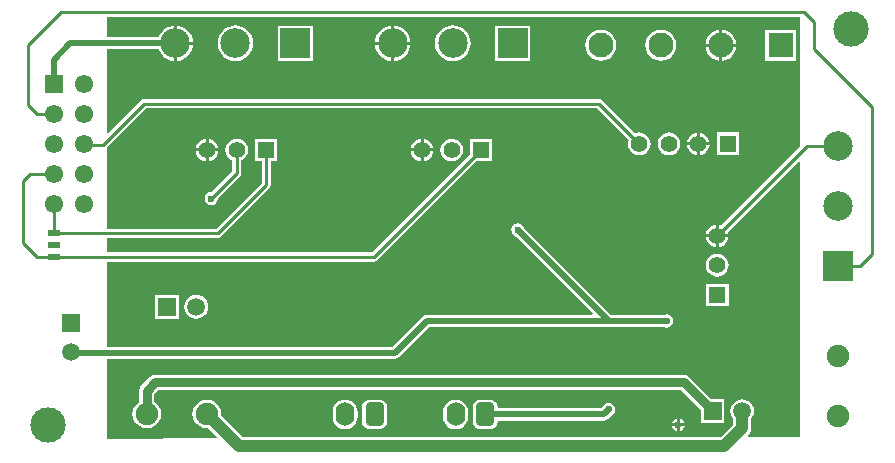
<source format=gbl>
G04*
G04 #@! TF.GenerationSoftware,Altium Limited,Altium Designer,20.1.8 (145)*
G04*
G04 Layer_Physical_Order=2*
G04 Layer_Color=16711680*
%FSLAX25Y25*%
%MOIN*%
G70*
G04*
G04 #@! TF.SameCoordinates,19D57B75-9579-4F69-8231-0EC3C90D2157*
G04*
G04*
G04 #@! TF.FilePolarity,Positive*
G04*
G01*
G75*
%ADD42R,0.05512X0.05512*%
%ADD43C,0.05512*%
%ADD45R,0.05512X0.05512*%
%ADD46C,0.01000*%
%ADD47C,0.01968*%
%ADD48C,0.02953*%
%ADD49C,0.03937*%
%ADD50C,0.07480*%
%ADD51C,0.06102*%
%ADD52R,0.06102X0.06102*%
%ADD53R,0.05906X0.05906*%
%ADD54C,0.05906*%
%ADD55R,0.05906X0.05906*%
%ADD56R,0.09843X0.09843*%
%ADD57C,0.09843*%
%ADD58O,0.06299X0.07874*%
G04:AMPARAMS|DCode=59|XSize=78.74mil|YSize=62.99mil|CornerRadius=15.75mil|HoleSize=0mil|Usage=FLASHONLY|Rotation=270.000|XOffset=0mil|YOffset=0mil|HoleType=Round|Shape=RoundedRectangle|*
%AMROUNDEDRECTD59*
21,1,0.07874,0.03150,0,0,270.0*
21,1,0.04724,0.06299,0,0,270.0*
1,1,0.03150,-0.01575,-0.02362*
1,1,0.03150,-0.01575,0.02362*
1,1,0.03150,0.01575,0.02362*
1,1,0.03150,0.01575,-0.02362*
%
%ADD59ROUNDEDRECTD59*%
%ADD60R,0.09843X0.09843*%
%ADD61C,0.08268*%
%ADD62R,0.08268X0.08268*%
%ADD63C,0.11811*%
%ADD64C,0.02362*%
%ADD65R,0.03937X0.01968*%
G36*
X263976Y104722D02*
X237763Y78508D01*
X237398Y78659D01*
X236917Y78723D01*
Y75500D01*
X240140D01*
X240076Y75981D01*
X239926Y76345D01*
X263514Y99934D01*
X263976Y99743D01*
Y8087D01*
X246776Y8029D01*
X246584Y8491D01*
X246802Y8710D01*
X247278Y9330D01*
X247402Y9629D01*
X247577Y10052D01*
X247679Y10827D01*
Y13944D01*
X248138Y14542D01*
X248536Y15504D01*
X248672Y16535D01*
X248536Y17567D01*
X248138Y18529D01*
X247504Y19355D01*
X246678Y19988D01*
X245717Y20386D01*
X244685Y20522D01*
X243653Y20386D01*
X242692Y19988D01*
X241866Y19355D01*
X241232Y18529D01*
X240834Y17567D01*
X240698Y16535D01*
X240834Y15504D01*
X241232Y14542D01*
X241691Y13944D01*
Y12067D01*
X237623Y7999D01*
X212606Y7915D01*
X78228D01*
X70977Y15167D01*
X71041Y15650D01*
X70878Y16887D01*
X70400Y18040D01*
X69641Y19030D01*
X68650Y19790D01*
X67497Y20268D01*
X66260Y20431D01*
X65022Y20268D01*
X63869Y19790D01*
X62879Y19030D01*
X62119Y18040D01*
X61642Y16887D01*
X61479Y15650D01*
X61642Y14412D01*
X62119Y13259D01*
X62879Y12269D01*
X63869Y11509D01*
X65022Y11032D01*
X66260Y10869D01*
X66743Y10932D01*
X69774Y7901D01*
X69584Y7439D01*
X33228Y7317D01*
X32874Y7670D01*
X32874Y34001D01*
X128937D01*
X129711Y34154D01*
X130368Y34593D01*
X140405Y44630D01*
X218590D01*
X218637Y44599D01*
X219488Y44430D01*
X220339Y44599D01*
X221061Y45081D01*
X221543Y45803D01*
X221712Y46654D01*
X221543Y47505D01*
X221061Y48226D01*
X220339Y48708D01*
X219488Y48877D01*
X218637Y48708D01*
X218590Y48677D01*
X201035D01*
X171948Y77764D01*
X171936Y77820D01*
X171454Y78541D01*
X170733Y79023D01*
X169882Y79192D01*
X169031Y79023D01*
X168309Y78541D01*
X167827Y77820D01*
X167658Y76968D01*
X167827Y76117D01*
X168309Y75396D01*
X169031Y74914D01*
X169086Y74903D01*
X194851Y49139D01*
X194659Y48677D01*
X139567D01*
X138793Y48523D01*
X138136Y48084D01*
X128099Y38047D01*
X32874D01*
Y66384D01*
X121949D01*
X122534Y66500D01*
X123030Y66832D01*
X156084Y99886D01*
X161433D01*
Y107398D01*
X153921D01*
Y102049D01*
X121315Y69443D01*
X32874D01*
Y74258D01*
X69882D01*
X70467Y74374D01*
X70963Y74706D01*
X87105Y90848D01*
X87437Y91344D01*
X87553Y91929D01*
Y99886D01*
X89780D01*
Y107398D01*
X82268D01*
Y99886D01*
X84494D01*
Y92563D01*
X69248Y77317D01*
X32874D01*
X32874Y104333D01*
X46106Y117565D01*
X196414D01*
X206925Y107054D01*
X206774Y106689D01*
X206645Y105709D01*
X206774Y104728D01*
X207152Y103814D01*
X207754Y103030D01*
X208539Y102428D01*
X209453Y102049D01*
X210433Y101920D01*
X211414Y102049D01*
X212327Y102428D01*
X213112Y103030D01*
X213714Y103814D01*
X214092Y104728D01*
X214221Y105709D01*
X214092Y106689D01*
X213714Y107603D01*
X213112Y108387D01*
X212327Y108989D01*
X211414Y109368D01*
X210433Y109497D01*
X209453Y109368D01*
X209088Y109217D01*
X198129Y120176D01*
X197633Y120508D01*
X197047Y120624D01*
X45472D01*
X44887Y120508D01*
X44391Y120176D01*
X33336Y109121D01*
X32874Y109312D01*
X32874Y137150D01*
X50213D01*
X50290Y136896D01*
X50840Y135868D01*
X51580Y134966D01*
X52482Y134226D01*
X53510Y133676D01*
X54627Y133338D01*
X55287Y133273D01*
Y139173D01*
Y145074D01*
X54627Y145009D01*
X53510Y144670D01*
X52482Y144120D01*
X51580Y143380D01*
X50840Y142479D01*
X50290Y141450D01*
X50213Y141196D01*
X32874D01*
Y148098D01*
X263976D01*
Y104722D01*
D02*
G37*
%LPC*%
G36*
X128728Y145074D02*
Y139673D01*
X134129D01*
X134064Y140334D01*
X133725Y141450D01*
X133176Y142479D01*
X132436Y143380D01*
X131534Y144120D01*
X130505Y144670D01*
X129389Y145009D01*
X128728Y145074D01*
D02*
G37*
G36*
X56287D02*
Y139673D01*
X61688D01*
X61623Y140334D01*
X61284Y141450D01*
X60735Y142479D01*
X59995Y143380D01*
X59093Y144120D01*
X58064Y144670D01*
X56948Y145009D01*
X56287Y145074D01*
D02*
G37*
G36*
X127728D02*
X127068Y145009D01*
X125951Y144670D01*
X124923Y144120D01*
X124021Y143380D01*
X123281Y142479D01*
X122731Y141450D01*
X122393Y140334D01*
X122328Y139673D01*
X127728D01*
Y145074D01*
D02*
G37*
G36*
X238098Y143570D02*
Y138958D01*
X242711D01*
X242600Y139798D01*
X242083Y141047D01*
X241260Y142119D01*
X240188Y142942D01*
X238939Y143459D01*
X238098Y143570D01*
D02*
G37*
G36*
X237098Y143570D02*
X236258Y143459D01*
X235009Y142942D01*
X233937Y142119D01*
X233114Y141047D01*
X232597Y139798D01*
X232486Y138958D01*
X237098D01*
Y143570D01*
D02*
G37*
G36*
Y137958D02*
X232486D01*
X232597Y137118D01*
X233114Y135869D01*
X233937Y134796D01*
X235009Y133973D01*
X236258Y133456D01*
X237098Y133345D01*
Y137958D01*
D02*
G37*
G36*
X242711D02*
X238098D01*
Y133345D01*
X238939Y133456D01*
X240188Y133973D01*
X241260Y134796D01*
X242083Y135869D01*
X242600Y137118D01*
X242711Y137958D01*
D02*
G37*
G36*
X262732Y143591D02*
X252465D01*
Y133324D01*
X262732D01*
Y143591D01*
D02*
G37*
G36*
X217598Y143636D02*
X216258Y143459D01*
X215009Y142942D01*
X213937Y142119D01*
X213114Y141047D01*
X212597Y139798D01*
X212420Y138458D01*
X212597Y137118D01*
X213114Y135869D01*
X213937Y134796D01*
X215009Y133973D01*
X216258Y133456D01*
X217598Y133280D01*
X218939Y133456D01*
X220187Y133973D01*
X221260Y134796D01*
X222083Y135869D01*
X222600Y137118D01*
X222777Y138458D01*
X222600Y139798D01*
X222083Y141047D01*
X221260Y142119D01*
X220187Y142942D01*
X218939Y143459D01*
X217598Y143636D01*
D02*
G37*
G36*
X197598D02*
X196258Y143459D01*
X195009Y142942D01*
X193937Y142119D01*
X193114Y141047D01*
X192597Y139798D01*
X192420Y138458D01*
X192597Y137118D01*
X193114Y135869D01*
X193937Y134796D01*
X195009Y133973D01*
X196258Y133456D01*
X197598Y133280D01*
X198939Y133456D01*
X200187Y133973D01*
X201260Y134796D01*
X202083Y135869D01*
X202600Y137118D01*
X202777Y138458D01*
X202600Y139798D01*
X202083Y141047D01*
X201260Y142119D01*
X200187Y142942D01*
X198939Y143459D01*
X197598Y143636D01*
D02*
G37*
G36*
X127728Y138673D02*
X122328D01*
X122393Y138013D01*
X122731Y136896D01*
X123281Y135868D01*
X124021Y134966D01*
X124923Y134226D01*
X125951Y133676D01*
X127068Y133338D01*
X127728Y133273D01*
Y138673D01*
D02*
G37*
G36*
X61688D02*
X56287D01*
Y133273D01*
X56948Y133338D01*
X58064Y133676D01*
X59093Y134226D01*
X59995Y134966D01*
X60735Y135868D01*
X61284Y136896D01*
X61623Y138013D01*
X61688Y138673D01*
D02*
G37*
G36*
X134129D02*
X128728D01*
Y133273D01*
X129389Y133338D01*
X130505Y133676D01*
X131534Y134226D01*
X132436Y134966D01*
X133176Y135868D01*
X133725Y136896D01*
X134064Y138013D01*
X134129Y138673D01*
D02*
G37*
G36*
X174150Y145095D02*
X162307D01*
Y133252D01*
X174150D01*
Y145095D01*
D02*
G37*
G36*
X101709D02*
X89866D01*
Y133252D01*
X101709D01*
Y145095D01*
D02*
G37*
G36*
X148228Y145123D02*
X147068Y145009D01*
X145951Y144670D01*
X144923Y144120D01*
X144021Y143380D01*
X143281Y142479D01*
X142731Y141450D01*
X142393Y140334D01*
X142278Y139173D01*
X142393Y138013D01*
X142731Y136896D01*
X143281Y135868D01*
X144021Y134966D01*
X144923Y134226D01*
X145951Y133676D01*
X147068Y133338D01*
X148228Y133223D01*
X149389Y133338D01*
X150505Y133676D01*
X151534Y134226D01*
X152436Y134966D01*
X153175Y135868D01*
X153725Y136896D01*
X154064Y138013D01*
X154178Y139173D01*
X154064Y140334D01*
X153725Y141450D01*
X153175Y142479D01*
X152436Y143380D01*
X151534Y144120D01*
X150505Y144670D01*
X149389Y145009D01*
X148228Y145123D01*
D02*
G37*
G36*
X75787D02*
X74627Y145009D01*
X73510Y144670D01*
X72482Y144120D01*
X71580Y143380D01*
X70840Y142479D01*
X70290Y141450D01*
X69952Y140334D01*
X69837Y139173D01*
X69952Y138013D01*
X70290Y136896D01*
X70840Y135868D01*
X71580Y134966D01*
X72482Y134226D01*
X73510Y133676D01*
X74627Y133338D01*
X75787Y133223D01*
X76948Y133338D01*
X78064Y133676D01*
X79093Y134226D01*
X79995Y134966D01*
X80735Y135868D01*
X81284Y136896D01*
X81623Y138013D01*
X81737Y139173D01*
X81623Y140334D01*
X81284Y141450D01*
X80735Y142479D01*
X79995Y143380D01*
X79093Y144120D01*
X78064Y144670D01*
X76948Y145009D01*
X75787Y145123D01*
D02*
G37*
G36*
X230618Y109431D02*
Y106209D01*
X233841D01*
X233777Y106689D01*
X233399Y107603D01*
X232797Y108387D01*
X232012Y108989D01*
X231099Y109368D01*
X230618Y109431D01*
D02*
G37*
G36*
X229618D02*
X229138Y109368D01*
X228224Y108989D01*
X227439Y108387D01*
X226837Y107603D01*
X226459Y106689D01*
X226396Y106209D01*
X229618D01*
Y109431D01*
D02*
G37*
G36*
X138492Y107364D02*
Y104142D01*
X141715D01*
X141651Y104622D01*
X141273Y105536D01*
X140671Y106321D01*
X139886Y106922D01*
X138973Y107301D01*
X138492Y107364D01*
D02*
G37*
G36*
X66839D02*
Y104142D01*
X70061D01*
X69998Y104622D01*
X69619Y105536D01*
X69017Y106321D01*
X68233Y106922D01*
X67319Y107301D01*
X66839Y107364D01*
D02*
G37*
G36*
X137492D02*
X137012Y107301D01*
X136098Y106922D01*
X135313Y106321D01*
X134711Y105536D01*
X134333Y104622D01*
X134270Y104142D01*
X137492D01*
Y107364D01*
D02*
G37*
G36*
X65839D02*
X65358Y107301D01*
X64444Y106922D01*
X63660Y106321D01*
X63058Y105536D01*
X62679Y104622D01*
X62616Y104142D01*
X65839D01*
Y107364D01*
D02*
G37*
G36*
X233841Y105209D02*
X230618D01*
Y101986D01*
X231099Y102049D01*
X232012Y102428D01*
X232797Y103030D01*
X233399Y103814D01*
X233777Y104728D01*
X233841Y105209D01*
D02*
G37*
G36*
X229618D02*
X226396D01*
X226459Y104728D01*
X226837Y103814D01*
X227439Y103030D01*
X228224Y102428D01*
X229138Y102049D01*
X229618Y101986D01*
Y105209D01*
D02*
G37*
G36*
X243717Y109465D02*
X236205D01*
Y101953D01*
X243717D01*
Y109465D01*
D02*
G37*
G36*
X220276Y109497D02*
X219295Y109368D01*
X218381Y108989D01*
X217597Y108387D01*
X216995Y107603D01*
X216616Y106689D01*
X216487Y105709D01*
X216616Y104728D01*
X216995Y103814D01*
X217597Y103030D01*
X218381Y102428D01*
X219295Y102049D01*
X220276Y101920D01*
X221256Y102049D01*
X222170Y102428D01*
X222954Y103030D01*
X223556Y103814D01*
X223935Y104728D01*
X224064Y105709D01*
X223935Y106689D01*
X223556Y107603D01*
X222954Y108387D01*
X222170Y108989D01*
X221256Y109368D01*
X220276Y109497D01*
D02*
G37*
G36*
X70061Y103142D02*
X66839D01*
Y99919D01*
X67319Y99983D01*
X68233Y100361D01*
X69017Y100963D01*
X69619Y101748D01*
X69998Y102661D01*
X70061Y103142D01*
D02*
G37*
G36*
X141715D02*
X138492D01*
Y99919D01*
X138973Y99983D01*
X139886Y100361D01*
X140671Y100963D01*
X141273Y101748D01*
X141651Y102661D01*
X141715Y103142D01*
D02*
G37*
G36*
X65839D02*
X62616D01*
X62679Y102661D01*
X63058Y101748D01*
X63660Y100963D01*
X64444Y100361D01*
X65358Y99983D01*
X65839Y99919D01*
Y103142D01*
D02*
G37*
G36*
X137492D02*
X134270D01*
X134333Y102661D01*
X134711Y101748D01*
X135313Y100963D01*
X136098Y100361D01*
X137012Y99983D01*
X137492Y99919D01*
Y103142D01*
D02*
G37*
G36*
X147835Y107430D02*
X146854Y107301D01*
X145940Y106922D01*
X145156Y106321D01*
X144554Y105536D01*
X144175Y104622D01*
X144046Y103642D01*
X144175Y102661D01*
X144554Y101748D01*
X145156Y100963D01*
X145940Y100361D01*
X146854Y99983D01*
X147835Y99853D01*
X148815Y99983D01*
X149729Y100361D01*
X150513Y100963D01*
X151115Y101748D01*
X151494Y102661D01*
X151623Y103642D01*
X151494Y104622D01*
X151115Y105536D01*
X150513Y106321D01*
X149729Y106922D01*
X148815Y107301D01*
X147835Y107430D01*
D02*
G37*
G36*
X76181D02*
X75201Y107301D01*
X74287Y106922D01*
X73502Y106321D01*
X72900Y105536D01*
X72522Y104622D01*
X72393Y103642D01*
X72522Y102661D01*
X72900Y101748D01*
X73502Y100963D01*
X74287Y100361D01*
X74652Y100210D01*
Y96500D01*
X67767Y89615D01*
X67716Y89625D01*
X66865Y89456D01*
X66144Y88974D01*
X65662Y88253D01*
X65493Y87402D01*
X65662Y86550D01*
X66144Y85829D01*
X66865Y85347D01*
X67716Y85178D01*
X68568Y85347D01*
X69289Y85829D01*
X69771Y86550D01*
X69940Y87402D01*
X69930Y87452D01*
X77263Y94785D01*
X77594Y95281D01*
X77710Y95866D01*
Y100210D01*
X78075Y100361D01*
X78860Y100963D01*
X79462Y101748D01*
X79840Y102661D01*
X79969Y103642D01*
X79840Y104622D01*
X79462Y105536D01*
X78860Y106321D01*
X78075Y106922D01*
X77162Y107301D01*
X76181Y107430D01*
D02*
G37*
G36*
X235917Y78723D02*
X235437Y78659D01*
X234523Y78281D01*
X233739Y77679D01*
X233137Y76894D01*
X232758Y75981D01*
X232695Y75500D01*
X235917D01*
Y78723D01*
D02*
G37*
G36*
X240140Y74500D02*
X236917D01*
Y71277D01*
X237398Y71341D01*
X238312Y71719D01*
X239096Y72321D01*
X239698Y73106D01*
X240076Y74019D01*
X240140Y74500D01*
D02*
G37*
G36*
X235917D02*
X232695D01*
X232758Y74019D01*
X233137Y73106D01*
X233739Y72321D01*
X234523Y71719D01*
X235437Y71341D01*
X235917Y71277D01*
Y74500D01*
D02*
G37*
G36*
X236417Y68946D02*
X235437Y68817D01*
X234523Y68438D01*
X233739Y67836D01*
X233137Y67052D01*
X232758Y66138D01*
X232629Y65158D01*
X232758Y64177D01*
X233137Y63263D01*
X233739Y62479D01*
X234523Y61877D01*
X235437Y61498D01*
X236417Y61369D01*
X237398Y61498D01*
X238312Y61877D01*
X239096Y62479D01*
X239698Y63263D01*
X240076Y64177D01*
X240206Y65158D01*
X240076Y66138D01*
X239698Y67052D01*
X239096Y67836D01*
X238312Y68438D01*
X237398Y68817D01*
X236417Y68946D01*
D02*
G37*
G36*
X240173Y59071D02*
X232661D01*
Y51559D01*
X240173D01*
Y59071D01*
D02*
G37*
G36*
X56866Y55331D02*
X48961D01*
Y47425D01*
X56866D01*
Y55331D01*
D02*
G37*
G36*
X62756Y55365D02*
X61724Y55229D01*
X60763Y54831D01*
X59937Y54197D01*
X59303Y53371D01*
X58905Y52410D01*
X58769Y51378D01*
X58905Y50346D01*
X59303Y49384D01*
X59937Y48559D01*
X60763Y47925D01*
X61724Y47527D01*
X62756Y47391D01*
X63788Y47527D01*
X64749Y47925D01*
X65575Y48559D01*
X66209Y49384D01*
X66607Y50346D01*
X66743Y51378D01*
X66607Y52410D01*
X66209Y53371D01*
X65575Y54197D01*
X64749Y54831D01*
X63788Y55229D01*
X62756Y55365D01*
D02*
G37*
G36*
X225197Y28706D02*
X49016D01*
X48050Y28514D01*
X47230Y27966D01*
X44475Y25211D01*
X43927Y24392D01*
X43735Y23425D01*
Y19687D01*
X42879Y19030D01*
X42119Y18040D01*
X41642Y16887D01*
X41479Y15650D01*
X41642Y14412D01*
X42119Y13259D01*
X42879Y12269D01*
X43869Y11509D01*
X45022Y11032D01*
X46260Y10869D01*
X47497Y11032D01*
X48650Y11509D01*
X49641Y12269D01*
X50400Y13259D01*
X50878Y14412D01*
X51041Y15650D01*
X50878Y16887D01*
X50400Y18040D01*
X49641Y19030D01*
X48785Y19687D01*
Y22379D01*
X50062Y23656D01*
X224151D01*
X230890Y16917D01*
Y12583D01*
X238795D01*
Y20488D01*
X234460D01*
X226982Y27966D01*
X226163Y28514D01*
X225197Y28706D01*
D02*
G37*
G36*
X223925Y14132D02*
Y12508D01*
X225550D01*
X225480Y12859D01*
X224998Y13580D01*
X224276Y14062D01*
X223925Y14132D01*
D02*
G37*
G36*
X222925D02*
X222574Y14062D01*
X221853Y13580D01*
X221371Y12859D01*
X221301Y12508D01*
X222925D01*
Y14132D01*
D02*
G37*
G36*
X160593Y20412D02*
X157443D01*
X156771Y20324D01*
X156144Y20064D01*
X155607Y19651D01*
X155194Y19114D01*
X154934Y18487D01*
X154846Y17815D01*
Y13091D01*
X154934Y12418D01*
X155194Y11792D01*
X155607Y11254D01*
X156144Y10842D01*
X156771Y10582D01*
X157443Y10493D01*
X160593D01*
X161265Y10582D01*
X161891Y10842D01*
X162429Y11254D01*
X162842Y11792D01*
X163101Y12418D01*
X163190Y13091D01*
Y13430D01*
X198524D01*
X199298Y13584D01*
X199954Y14022D01*
X200992Y15060D01*
X201048Y15071D01*
X201769Y15553D01*
X202251Y16275D01*
X202421Y17126D01*
X202251Y17977D01*
X201769Y18699D01*
X201048Y19181D01*
X200197Y19350D01*
X199346Y19181D01*
X198624Y18699D01*
X198142Y17977D01*
X198131Y17921D01*
X197686Y17476D01*
X163190D01*
Y17815D01*
X163101Y18487D01*
X162842Y19114D01*
X162429Y19651D01*
X161891Y20064D01*
X161265Y20324D01*
X160593Y20412D01*
D02*
G37*
G36*
X123765D02*
X120615D01*
X119943Y20324D01*
X119317Y20064D01*
X118779Y19651D01*
X118366Y19114D01*
X118107Y18487D01*
X118018Y17815D01*
Y13091D01*
X118107Y12418D01*
X118366Y11792D01*
X118779Y11254D01*
X119317Y10842D01*
X119943Y10582D01*
X120615Y10493D01*
X123765D01*
X124437Y10582D01*
X125063Y10842D01*
X125601Y11254D01*
X126014Y11792D01*
X126273Y12418D01*
X126362Y13091D01*
Y17815D01*
X126273Y18487D01*
X126014Y19114D01*
X125601Y19651D01*
X125063Y20064D01*
X124437Y20324D01*
X123765Y20412D01*
D02*
G37*
G36*
X149175Y20426D02*
X148092Y20283D01*
X147082Y19865D01*
X146216Y19200D01*
X145551Y18333D01*
X145132Y17323D01*
X144990Y16240D01*
Y14665D01*
X145132Y13582D01*
X145551Y12573D01*
X146216Y11706D01*
X147082Y11041D01*
X148092Y10622D01*
X149175Y10480D01*
X150259Y10622D01*
X151268Y11041D01*
X152135Y11706D01*
X152800Y12573D01*
X153218Y13582D01*
X153361Y14665D01*
Y16240D01*
X153218Y17323D01*
X152800Y18333D01*
X152135Y19200D01*
X151268Y19865D01*
X150259Y20283D01*
X149175Y20426D01*
D02*
G37*
G36*
X112347D02*
X111264Y20283D01*
X110255Y19865D01*
X109388Y19200D01*
X108723Y18333D01*
X108305Y17323D01*
X108162Y16240D01*
Y14665D01*
X108305Y13582D01*
X108723Y12573D01*
X109388Y11706D01*
X110255Y11041D01*
X111264Y10622D01*
X112347Y10480D01*
X113431Y10622D01*
X114440Y11041D01*
X115307Y11706D01*
X115972Y12573D01*
X116390Y13582D01*
X116533Y14665D01*
Y16240D01*
X116390Y17323D01*
X115972Y18333D01*
X115307Y19200D01*
X114440Y19865D01*
X113431Y20283D01*
X112347Y20426D01*
D02*
G37*
G36*
X225550Y11508D02*
X223925D01*
Y9883D01*
X224276Y9953D01*
X224998Y10435D01*
X225480Y11157D01*
X225550Y11508D01*
D02*
G37*
G36*
X222925D02*
X221301D01*
X221371Y11157D01*
X221853Y10435D01*
X222574Y9953D01*
X222925Y9883D01*
Y11508D01*
D02*
G37*
%LPD*%
D42*
X157677Y103642D02*
D03*
X239961Y105709D02*
D03*
X86024Y103642D02*
D03*
D43*
X147835D02*
D03*
X137992D02*
D03*
X230118Y105709D02*
D03*
X220276D02*
D03*
X210433D02*
D03*
X76181Y103642D02*
D03*
X66339D02*
D03*
X236417Y65158D02*
D03*
Y75000D02*
D03*
D45*
Y55315D02*
D03*
D46*
X76181Y95866D02*
Y103642D01*
X67716Y87402D02*
X76181Y95866D01*
X69882Y75787D02*
X86024Y91929D01*
X15157Y75787D02*
X69882D01*
X86024Y91929D02*
Y103642D01*
X6693Y118504D02*
Y138583D01*
Y118504D02*
X9646Y115551D01*
X6693Y138583D02*
X17738Y149628D01*
X265333D01*
X9646Y115551D02*
X15157D01*
X31693Y105315D02*
X45472Y119095D01*
X25394Y105315D02*
X31693D01*
X25157Y105551D02*
X25394Y105315D01*
X45472Y119095D02*
X197047D01*
X15157Y85551D02*
X15157Y85551D01*
X15157Y75787D02*
Y85551D01*
X15157Y75787D02*
X15157Y75787D01*
X4921Y93110D02*
X7362Y95551D01*
X15905D01*
X4921Y72638D02*
Y93110D01*
Y72638D02*
X9646Y67913D01*
X15157D01*
X15157Y67913D02*
X15157Y67913D01*
X121949D01*
X157677Y103642D01*
X15157Y67913D02*
X15157Y67913D01*
X287992Y69095D02*
Y117913D01*
X268701Y137205D02*
Y146260D01*
Y137205D02*
X287992Y117913D01*
X265333Y149628D02*
X268701Y146260D01*
X197047Y119095D02*
X210433Y105709D01*
X283841Y64944D02*
X287992Y69095D01*
X276575Y64944D02*
X283841D01*
X266361Y104944D02*
X276575D01*
X236417Y75000D02*
X266361Y104944D01*
D47*
X21063Y36024D02*
X128937D01*
X139567Y46654D01*
X200197D01*
X15157Y133661D02*
X20669Y139173D01*
X15157Y124743D02*
Y133661D01*
X20669Y139173D02*
X55787D01*
X169882Y76968D02*
X200197Y46654D01*
X219488D01*
X159018Y15453D02*
X198524D01*
X200197Y17126D01*
D48*
X49016Y26181D02*
X183661D01*
X225197D01*
X46260Y23425D02*
X49016Y26181D01*
X225197D02*
X234842Y16535D01*
X46260Y15650D02*
Y23425D01*
D49*
X66260Y15650D02*
X76988Y4921D01*
X238779D01*
X244685Y10827D02*
Y16535D01*
X238779Y4921D02*
X244685Y10827D01*
D50*
X276575Y15000D02*
D03*
Y35000D02*
D03*
X66260Y15650D02*
D03*
X46260D02*
D03*
D51*
X25157Y85551D02*
D03*
Y95551D02*
D03*
Y105551D02*
D03*
Y115551D02*
D03*
Y125551D02*
D03*
X15157Y85551D02*
D03*
Y95551D02*
D03*
Y105551D02*
D03*
Y115551D02*
D03*
D52*
Y125551D02*
D03*
D53*
X52913Y51378D02*
D03*
X234842Y16535D02*
D03*
D54*
X62756Y51378D02*
D03*
X21063Y36220D02*
D03*
X244685Y16535D02*
D03*
D55*
X21063Y46063D02*
D03*
D56*
X95787Y139173D02*
D03*
X168228D02*
D03*
D57*
X75787D02*
D03*
X55787D02*
D03*
X148228D02*
D03*
X128228D02*
D03*
X276575Y84944D02*
D03*
Y104944D02*
D03*
D58*
X149175Y15453D02*
D03*
X112347D02*
D03*
D59*
X159018D02*
D03*
X122190D02*
D03*
D60*
X276575Y64944D02*
D03*
D61*
X197598Y138458D02*
D03*
X217598D02*
D03*
X237598D02*
D03*
D62*
X257598D02*
D03*
D63*
X13189Y12008D02*
D03*
X280906Y143898D02*
D03*
D64*
X67716Y87402D02*
D03*
X183661Y4921D02*
D03*
X219488Y46654D02*
D03*
X200197Y17126D02*
D03*
X183661Y26181D02*
D03*
X169882Y76968D02*
D03*
X223425Y12008D02*
D03*
D65*
X15157Y67913D02*
D03*
Y71850D02*
D03*
Y75787D02*
D03*
M02*

</source>
